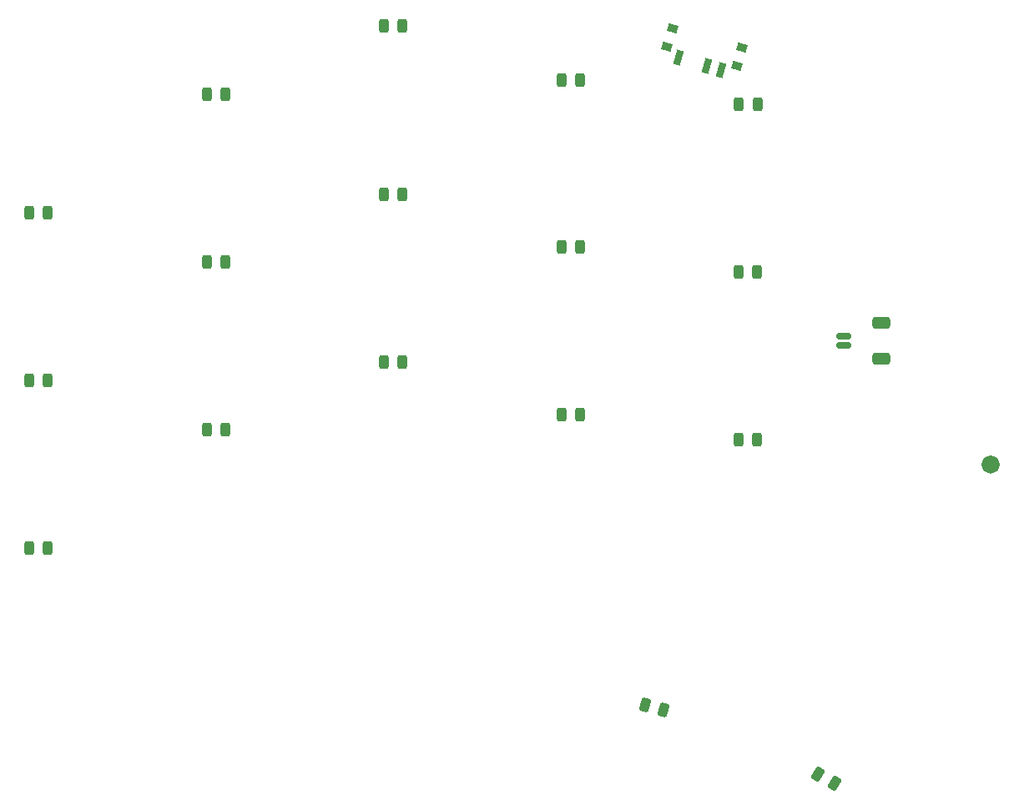
<source format=gbr>
%TF.GenerationSoftware,KiCad,Pcbnew,8.0.4*%
%TF.CreationDate,2024-08-19T15:24:44-07:00*%
%TF.ProjectId,swoon,73776f6f-6e2e-46b6-9963-61645f706362,rev?*%
%TF.SameCoordinates,Original*%
%TF.FileFunction,Paste,Bot*%
%TF.FilePolarity,Positive*%
%FSLAX46Y46*%
G04 Gerber Fmt 4.6, Leading zero omitted, Abs format (unit mm)*
G04 Created by KiCad (PCBNEW 8.0.4) date 2024-08-19 15:24:44*
%MOMM*%
%LPD*%
G01*
G04 APERTURE LIST*
G04 Aperture macros list*
%AMRoundRect*
0 Rectangle with rounded corners*
0 $1 Rounding radius*
0 $2 $3 $4 $5 $6 $7 $8 $9 X,Y pos of 4 corners*
0 Add a 4 corners polygon primitive as box body*
4,1,4,$2,$3,$4,$5,$6,$7,$8,$9,$2,$3,0*
0 Add four circle primitives for the rounded corners*
1,1,$1+$1,$2,$3*
1,1,$1+$1,$4,$5*
1,1,$1+$1,$6,$7*
1,1,$1+$1,$8,$9*
0 Add four rect primitives between the rounded corners*
20,1,$1+$1,$2,$3,$4,$5,0*
20,1,$1+$1,$4,$5,$6,$7,0*
20,1,$1+$1,$6,$7,$8,$9,0*
20,1,$1+$1,$8,$9,$2,$3,0*%
%AMRotRect*
0 Rectangle, with rotation*
0 The origin of the aperture is its center*
0 $1 length*
0 $2 width*
0 $3 Rotation angle, in degrees counterclockwise*
0 Add horizontal line*
21,1,$1,$2,0,0,$3*%
G04 Aperture macros list end*
%ADD10RoundRect,0.243750X-0.243750X-0.456250X0.243750X-0.456250X0.243750X0.456250X-0.243750X0.456250X0*%
%ADD11RoundRect,0.243750X0.353531X0.377617X-0.117358X0.503791X-0.353531X-0.377617X0.117358X-0.503791X0*%
%ADD12C,1.830000*%
%ADD13RoundRect,0.150000X-0.625000X0.150000X-0.625000X-0.150000X0.625000X-0.150000X0.625000X0.150000X0*%
%ADD14RoundRect,0.250000X-0.650000X0.350000X-0.650000X-0.350000X0.650000X-0.350000X0.650000X0.350000X0*%
%ADD15RotRect,0.700000X1.500000X344.500000*%
%ADD16RotRect,1.000000X0.800000X344.500000*%
%ADD17RoundRect,0.243750X0.439219X0.273249X0.017031X0.516999X-0.439219X-0.273249X-0.017031X-0.516999X0*%
G04 APERTURE END LIST*
D10*
%TO.C,D12*%
X26142500Y-58380000D03*
X28017500Y-58380000D03*
%TD*%
%TO.C,D18*%
X80142500Y-44830000D03*
X82017500Y-44830000D03*
%TD*%
D11*
%TO.C,D32*%
X90450175Y-91813003D03*
X88639065Y-91327717D03*
%TD*%
D10*
%TO.C,D22*%
X26142500Y-75380000D03*
X28017500Y-75380000D03*
%TD*%
%TO.C,D30*%
X98122500Y-64388000D03*
X99997500Y-64388000D03*
%TD*%
%TO.C,D20*%
X98122500Y-47370000D03*
X99997500Y-47370000D03*
%TD*%
%TO.C,D4*%
X44142500Y-29380000D03*
X46017500Y-29380000D03*
%TD*%
%TO.C,D24*%
X44142500Y-63372000D03*
X46017500Y-63372000D03*
%TD*%
D12*
%TO.C,J74*%
X123698000Y-66946000D03*
%TD*%
D10*
%TO.C,D14*%
X44142500Y-46354000D03*
X46017500Y-46354000D03*
%TD*%
D13*
%TO.C,J76*%
X108744000Y-53856000D03*
X108744000Y-54856000D03*
D14*
X112619000Y-52556000D03*
X112619000Y-56156000D03*
%TD*%
D15*
%TO.C,POWER_SW2*%
X92004564Y-25655640D03*
X94895456Y-26457355D03*
X96340901Y-26858213D03*
D16*
X90865264Y-24525056D03*
X91381034Y-22665250D03*
X98415536Y-24616090D03*
X97899766Y-26475896D03*
%TD*%
D10*
%TO.C,D26*%
X62142500Y-56514000D03*
X64017500Y-56514000D03*
%TD*%
%TO.C,D10*%
X98142500Y-30380000D03*
X100017500Y-30380000D03*
%TD*%
%TO.C,D8*%
X80142500Y-27880000D03*
X82017500Y-27880000D03*
%TD*%
%TO.C,D16*%
X62142500Y-39496000D03*
X64017500Y-39496000D03*
%TD*%
%TO.C,D6*%
X62142500Y-22380000D03*
X64017500Y-22380000D03*
%TD*%
%TO.C,D28*%
X80142500Y-61848000D03*
X82017500Y-61848000D03*
%TD*%
D17*
%TO.C,D34*%
X107812862Y-99267220D03*
X106189064Y-98329720D03*
%TD*%
D10*
%TO.C,D2*%
X26142500Y-41380000D03*
X28017500Y-41380000D03*
%TD*%
M02*

</source>
